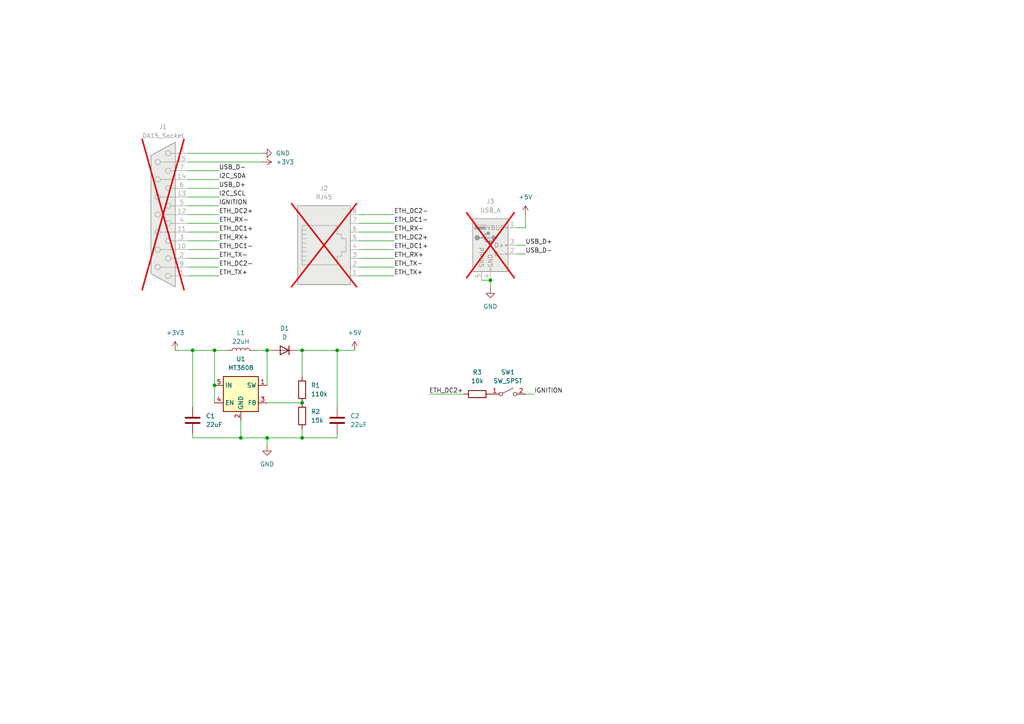
<source format=kicad_sch>
(kicad_sch (version 20250114) (generator "eeschema") (generator_version "9.0")
  (paper "A4")
  (lib_symbols
    (symbol "Connector:DA15_Socket" (pin_names (offset 1.016) (hide yes))
      (property "Reference" "J" (at 0.508 21.59 0))
      (property "Value" "DA15_Socket" (at 0 -22.225 0))
      (symbol "DA15_Socket_0_1"
        (polyline (pts (xy -3.81 20.955) (xy 3.175 17.145) (xy 3.175 -17.145) (xy -3.81 -20.955) (xy -3.81 20.955)) (stroke (width 0.254)) (fill (type background)))
        (polyline (pts (xy -3.81 17.78) (xy -2.54 17.78)))
        (polyline (pts (xy -3.81 15.24) (xy 0.508 15.24)))
        (polyline (pts (xy -3.81 12.7) (xy -2.54 12.7)))
        (polyline (pts (xy -3.81 10.16) (xy 0.508 10.16)))
        (polyline (pts (xy -3.81 7.62) (xy -2.54 7.62)))
        (polyline (pts (xy -3.81 5.08) (xy 0.508 5.08)))
        (polyline (pts (xy -3.81 2.54) (xy -2.54 2.54)))
        (polyline (pts (xy -3.81 0) (xy 0.508 0)))
        (polyline (pts (xy -3.81 -2.54) (xy -2.54 -2.54)))
        (polyline (pts (xy -3.81 -5.08) (xy 0.508 -5.08)))
        (polyline (pts (xy -3.81 -7.62) (xy -2.54 -7.62)))
        (polyline (pts (xy -3.81 -10.16) (xy 0.508 -10.16)))
        (polyline (pts (xy -3.81 -12.7) (xy -2.54 -12.7)))
        (polyline (pts (xy -3.81 -15.24) (xy 0.508 -15.24)))
        (polyline (pts (xy -3.81 -17.78) (xy -2.54 -17.78)))
        (circle (center -1.778 17.78) (radius 0.762))
        (circle (center -1.778 12.7) (radius 0.762))
        (circle (center -1.778 7.62) (radius 0.762))
        (circle (center -1.778 2.54) (radius 0.762))
        (circle (center -1.778 -2.54) (radius 0.762))
        (circle (center -1.778 -7.62) (radius 0.762))
        (circle (center -1.778 -12.7) (radius 0.762))
        (circle (center -1.778 -17.78) (radius 0.762))
        (circle (center 1.27 15.24) (radius 0.762))
        (circle (center 1.27 10.16) (radius 0.762))
        (circle (center 1.27 5.08) (radius 0.762))
        (circle (center 1.27 0) (radius 0.762))
        (circle (center 1.27 -5.08) (radius 0.762))
        (circle (center 1.27 -10.16) (radius 0.762))
        (circle (center 1.27 -15.24) (radius 0.762))
      )
      (symbol "DA15_Socket_1_1"
        (pin passive line (at -7.62 17.78 0) (length 3.81) (name "1") (number "1"))
        (pin passive line (at -7.62 15.24 0) (length 3.81) (name "P9") (number "9"))
        (pin passive line (at -7.62 12.7 0) (length 3.81) (name "2") (number "2"))
        (pin passive line (at -7.62 10.16 0) (length 3.81) (name "P10") (number "10"))
        (pin passive line (at -7.62 7.62 0) (length 3.81) (name "3") (number "3"))
        (pin passive line (at -7.62 5.08 0) (length 3.81) (name "P111") (number "11"))
        (pin passive line (at -7.62 2.54 0) (length 3.81) (name "4") (number "4"))
        (pin passive line (at -7.62 0 0) (length 3.81) (name "P12") (number "12"))
        (pin passive line (at -7.62 -2.54 0) (length 3.81) (name "5") (number "5"))
        (pin passive line (at -7.62 -5.08 0) (length 3.81) (name "P13") (number "13"))
        (pin passive line (at -7.62 -7.62 0) (length 3.81) (name "6") (number "6"))
        (pin passive line (at -7.62 -10.16 0) (length 3.81) (name "P14") (number "14"))
        (pin passive line (at -7.62 -12.7 0) (length 3.81) (name "7") (number "7"))
        (pin passive line (at -7.62 -15.24 0) (length 3.81) (name "P15") (number "15"))
        (pin passive line (at -7.62 -17.78 0) (length 3.81) (name "8") (number "8"))
      )
    )
    (symbol "Connector:RJ45" (pin_names (offset 1.016))
      (property "Reference" "J" (at -5.08 13.97 0))
      (property "Value" "RJ45" (at 2.54 13.97 0))
      (symbol "RJ45_0_1"
        (polyline (pts (xy -6.35 1.905) (xy -5.08 1.905) (xy -5.08 1.905)))
        (polyline (pts (xy -6.35 0.635) (xy -5.08 0.635) (xy -5.08 0.635)))
        (polyline (pts (xy -6.35 -0.635) (xy -5.08 -0.635) (xy -5.08 -0.635)))
        (polyline (pts (xy -6.35 -1.905) (xy -5.08 -1.905) (xy -5.08 -1.905)))
        (polyline (pts (xy -6.35 -3.175) (xy -5.08 -3.175) (xy -5.08 -3.175)))
        (polyline (pts (xy -6.35 -4.445) (xy -6.35 6.985) (xy 3.81 6.985) (xy 3.81 4.445) (xy 5.08 4.445) (xy 5.08 3.175) (xy 6.35 3.175) (xy 6.35 -0.635) (xy 5.08 -0.635) (xy 5.08 -1.905) (xy 3.81 -1.905) (xy 3.81 -4.445) (xy -6.35 -4.445) (xy -6.35 -4.445)))
        (polyline (pts (xy -5.08 5.715) (xy -6.35 5.715)))
        (polyline (pts (xy -5.08 4.445) (xy -6.35 4.445)))
        (polyline (pts (xy -5.08 3.175) (xy -6.35 3.175) (xy -6.35 3.175)))
        (rectangle (start 7.62 12.7) (end -7.62 -10.16) (stroke (width 0.254)) (fill (type background)))
      )
      (symbol "RJ45_1_1"
        (pin passive line (at 10.16 10.16 180) (length 2.54) (name "~") (number "8"))
        (pin passive line (at 10.16 7.62 180) (length 2.54) (name "~") (number "7"))
        (pin passive line (at 10.16 5.08 180) (length 2.54) (name "~") (number "6"))
        (pin passive line (at 10.16 2.54 180) (length 2.54) (name "~") (number "5"))
        (pin passive line (at 10.16 0 180) (length 2.54) (name "~") (number "4"))
        (pin passive line (at 10.16 -2.54 180) (length 2.54) (name "~") (number "3"))
        (pin passive line (at 10.16 -5.08 180) (length 2.54) (name "~") (number "2"))
        (pin passive line (at 10.16 -7.62 180) (length 2.54) (name "~") (number "1"))
      )
    )
    (symbol "Connector:USB_A" (pin_names (offset 1.016))
      (property "Reference" "J" (at -5.08 11.43 0))
      (property "Value" "USB_A" (at -5.08 8.89 0))
      (symbol "USB_A_0_1"
        (rectangle (start -5.08 -7.62) (end 5.08 7.62) (stroke (width 0.254)) (fill (type background)))
        (circle (center -3.81 2.159) (radius 0.635) (stroke (width 0.254)) (fill (type outline)))
        (polyline (pts (xy -3.175 2.159) (xy -2.54 2.159) (xy -1.27 3.429) (xy -0.635 3.429)) (stroke (width 0.254)))
        (polyline (pts (xy -2.54 2.159) (xy -1.905 2.159) (xy -1.27 0.889) (xy 0 0.889)) (stroke (width 0.254)))
        (rectangle (start -1.524 4.826) (end -4.318 5.334) (fill (type outline)))
        (rectangle (start -1.27 4.572) (end -4.572 5.842))
        (circle (center -0.635 3.429) (radius 0.381) (stroke (width 0.254)) (fill (type outline)))
        (rectangle (start -0.127 -7.62) (end 0.127 -6.858))
        (rectangle (start 0.254 1.27) (end -0.508 0.508) (stroke (width 0.254)) (fill (type outline)))
        (polyline (pts (xy 0.635 2.794) (xy 0.635 1.524) (xy 1.905 2.159) (xy 0.635 2.794)) (stroke (width 0.254)) (fill (type outline)))
        (rectangle (start 5.08 4.953) (end 4.318 5.207))
        (rectangle (start 5.08 -0.127) (end 4.318 0.127))
        (rectangle (start 5.08 -2.667) (end 4.318 -2.413))
      )
      (symbol "USB_A_1_1"
        (polyline (pts (xy -1.905 2.159) (xy 0.635 2.159)) (stroke (width 0.254)))
        (pin passive line (at -2.54 -10.16 90) (length 2.54) (name "Shield") (number "5"))
        (pin power_in line (at 0 -10.16 90) (length 2.54) (name "GND") (number "4"))
        (pin power_in line (at 7.62 5.08 180) (length 2.54) (name "VBUS") (number "1"))
        (pin bidirectional line (at 7.62 0 180) (length 2.54) (name "D+") (number "3"))
        (pin bidirectional line (at 7.62 -2.54 180) (length 2.54) (name "D-") (number "2"))
      )
    )
    (symbol "Device:C" (pin_numbers (hide yes)) (pin_names (offset 0.254))
      (property "Reference" "C" (at 0.635 2.54 0))
      (property "Value" "C" (at 0.635 -2.54 0))
      (symbol "C_0_1"
        (polyline (pts (xy -2.032 0.762) (xy 2.032 0.762)) (stroke (width 0.508)))
        (polyline (pts (xy -2.032 -0.762) (xy 2.032 -0.762)) (stroke (width 0.508)))
      )
      (symbol "C_1_1"
        (pin passive line (at 0 3.81 270) (length 2.794) (name "~") (number "1"))
        (pin passive line (at 0 -3.81 90) (length 2.794) (name "~") (number "2"))
      )
    )
    (symbol "Device:D" (pin_numbers (hide yes)) (pin_names (offset 1.016) (hide yes))
      (property "Reference" "D" (at 0 2.54 0))
      (property "Value" "D" (at 0 -2.54 0))
      (symbol "D_0_1"
        (polyline (pts (xy -1.27 1.27) (xy -1.27 -1.27)) (stroke (width 0.254)))
        (polyline (pts (xy 1.27 1.27) (xy 1.27 -1.27) (xy -1.27 0) (xy 1.27 1.27)) (stroke (width 0.254)))
        (polyline (pts (xy 1.27 0) (xy -1.27 0)))
      )
      (symbol "D_1_1"
        (pin passive line (at -3.81 0 0) (length 2.54) (name "K") (number "1"))
        (pin passive line (at 3.81 0 180) (length 2.54) (name "A") (number "2"))
      )
    )
    (symbol "Device:L" (pin_numbers (hide yes)) (pin_names (offset 1.016) (hide yes))
      (property "Reference" "L" (at -1.27 0 90))
      (property "Value" "L" (at 1.905 0 90))
      (symbol "L_0_1"
        (arc (start 0 2.54) (mid 0.6323 1.905) (end 0 1.27))
        (arc (start 0 1.27) (mid 0.6323 0.635) (end 0 0))
        (arc (start 0 0) (mid 0.6323 -0.635) (end 0 -1.27))
        (arc (start 0 -1.27) (mid 0.6323 -1.905) (end 0 -2.54))
      )
      (symbol "L_1_1"
        (pin passive line (at 0 3.81 270) (length 1.27) (name "1") (number "1"))
        (pin passive line (at 0 -3.81 90) (length 1.27) (name "2") (number "2"))
      )
    )
    (symbol "Device:R" (pin_numbers (hide yes)) (pin_names (offset 0))
      (property "Reference" "R" (at 2.032 0 90))
      (property "Value" "R" (at 0 0 90))
      (symbol "R_0_1"
        (rectangle (start -1.016 -2.54) (end 1.016 2.54) (stroke (width 0.254)))
      )
      (symbol "R_1_1"
        (pin passive line (at 0 3.81 270) (length 1.27) (name "~") (number "1"))
        (pin passive line (at 0 -3.81 90) (length 1.27) (name "~") (number "2"))
      )
    )
    (symbol "Regulator_Switching:MT3608"
      (property "Reference" "U" (at -2.54 8.89 0))
      (property "Value" "MT3608" (at -3.81 6.35 0))
      (symbol "MT3608_0_1"
        (rectangle (start -5.08 5.08) (end 5.08 -5.08) (stroke (width 0.254)) (fill (type background)))
      )
      (symbol "MT3608_1_1"
        (pin power_in line (at -7.62 2.54 0) (length 2.54) (name "IN") (number "5"))
        (pin input line (at -7.62 -2.54 0) (length 2.54) (name "EN") (number "4"))
        (pin power_in line (at 0 -7.62 90) (length 2.54) (name "GND") (number "2"))
        (pin no_connect line (at 5.08 0 180) (length 2.54) (hide yes) (name "NC") (number "6"))
        (pin passive line (at 7.62 2.54 180) (length 2.54) (name "SW") (number "1"))
        (pin input line (at 7.62 -2.54 180) (length 2.54) (name "FB") (number "3"))
      )
    )
    (symbol "Switch:SW_SPST" (pin_names (offset 0) (hide yes))
      (property "Reference" "SW" (at 0 3.175 0))
      (property "Value" "SW_SPST" (at 0 -2.54 0))
      (symbol "SW_SPST_0_0"
        (circle (center -2.032 0) (radius 0.508))
        (polyline (pts (xy -1.524 0.254) (xy 1.524 1.778)))
        (circle (center 2.032 0) (radius 0.508))
      )
      (symbol "SW_SPST_1_1"
        (pin passive line (at -5.08 0 0) (length 2.54) (name "A") (number "1"))
        (pin passive line (at 5.08 0 180) (length 2.54) (name "B") (number "2"))
      )
    )
    (symbol "power:+3V3" (power) (pin_numbers (hide yes)) (pin_names (offset 0) (hide yes))
      (property "Value" "+3V3" (at 0 3.556 0))
      (symbol "+3V3_0_1"
        (polyline (pts (xy -0.762 1.27) (xy 0 2.54)))
        (polyline (pts (xy 0 2.54) (xy 0.762 1.27)))
        (polyline (pts (xy 0 0) (xy 0 2.54)))
      )
      (symbol "+3V3_1_1"
        (pin power_in line (at 0 0 90) (length 0) (name "~") (number "1"))
      )
    )
    (symbol "power:+5V" (power) (pin_numbers (hide yes)) (pin_names (offset 0) (hide yes))
      (property "Value" "+5V" (at 0 3.556 0))
      (symbol "+5V_0_1"
        (polyline (pts (xy -0.762 1.27) (xy 0 2.54)))
        (polyline (pts (xy 0 2.54) (xy 0.762 1.27)))
        (polyline (pts (xy 0 0) (xy 0 2.54)))
      )
      (symbol "+5V_1_1"
        (pin power_in line (at 0 0 90) (length 0) (name "~") (number "1"))
      )
    )
    (symbol "power:GND" (power) (pin_numbers (hide yes)) (pin_names (offset 0) (hide yes))
      (property "Value" "GND" (at 0 -3.81 0))
      (symbol "GND_0_1"
        (polyline (pts (xy 0 0) (xy 0 -1.27) (xy 1.27 -1.27) (xy 0 -2.54) (xy -1.27 -1.27) (xy 0 -1.27)))
      )
      (symbol "GND_1_1"
        (pin power_in line (at 0 0 270) (length 0) (name "~") (number "1"))
      )
    )
  )
  (junction (at 97.79 101.6))
  (junction (at 62.23 111.76))
  (junction (at 87.63 101.6))
  (junction (at 55.88 101.6))
  (junction (at 77.47 101.6))
  (junction (at 142.24 81.28))
  (junction (at 87.63 127))
  (junction (at 69.85 127))
  (junction (at 77.47 127))
  (junction (at 62.23 101.6))
  (junction (at 87.63 116.84))
  (wire (pts (xy 86.36 101.6) (xy 87.63 101.6)))
  (wire (pts (xy 63.5 49.53) (xy 54.61 49.53)))
  (wire (pts (xy 54.61 67.31) (xy 63.5 67.31)))
  (wire (pts (xy 54.61 64.77) (xy 63.5 64.77)))
  (wire (pts (xy 62.23 111.76) (xy 62.23 101.6)))
  (wire (pts (xy 142.24 83.82) (xy 142.24 81.28)))
  (wire (pts (xy 87.63 109.22) (xy 87.63 101.6)))
  (wire (pts (xy 69.85 121.92) (xy 69.85 127)))
  (wire (pts (xy 54.61 69.85) (xy 63.5 69.85)))
  (wire (pts (xy 152.4 62.23) (xy 152.4 66.04)))
  (wire (pts (xy 77.47 127) (xy 87.63 127)))
  (wire (pts (xy 55.88 127) (xy 69.85 127)))
  (wire (pts (xy 55.88 127) (xy 55.88 125.73)))
  (wire (pts (xy 50.8 101.6) (xy 55.88 101.6)))
  (wire (pts (xy 77.47 101.6) (xy 73.66 101.6)))
  (wire (pts (xy 77.47 127) (xy 69.85 127)))
  (wire (pts (xy 54.61 77.47) (xy 63.5 77.47)))
  (wire (pts (xy 54.61 72.39) (xy 63.5 72.39)))
  (wire (pts (xy 104.14 74.93) (xy 114.3 74.93)))
  (wire (pts (xy 78.74 101.6) (xy 77.47 101.6)))
  (wire (pts (xy 76.2 44.45) (xy 54.61 44.45)))
  (wire (pts (xy 62.23 111.76) (xy 62.23 116.84)))
  (wire (pts (xy 54.61 80.01) (xy 63.5 80.01)))
  (wire (pts (xy 87.63 124.46) (xy 87.63 127)))
  (wire (pts (xy 154.94 114.3) (xy 152.4 114.3)))
  (wire (pts (xy 152.4 66.04) (xy 149.86 66.04)))
  (wire (pts (xy 97.79 101.6) (xy 97.79 118.11)))
  (wire (pts (xy 104.14 69.85) (xy 114.3 69.85)))
  (wire (pts (xy 152.4 73.66) (xy 149.86 73.66)))
  (wire (pts (xy 54.61 62.23) (xy 63.5 62.23)))
  (wire (pts (xy 104.14 64.77) (xy 114.3 64.77)))
  (wire (pts (xy 77.47 111.76) (xy 77.47 101.6)))
  (wire (pts (xy 97.79 125.73) (xy 97.79 127)))
  (wire (pts (xy 63.5 52.07) (xy 54.61 52.07)))
  (wire (pts (xy 104.14 72.39) (xy 114.3 72.39)))
  (wire (pts (xy 104.14 62.23) (xy 114.3 62.23)))
  (wire (pts (xy 152.4 71.12) (xy 149.86 71.12)))
  (wire (pts (xy 55.88 101.6) (xy 55.88 118.11)))
  (wire (pts (xy 62.23 101.6) (xy 66.04 101.6)))
  (wire (pts (xy 76.2 46.99) (xy 54.61 46.99)))
  (wire (pts (xy 97.79 101.6) (xy 102.87 101.6)))
  (wire (pts (xy 104.14 67.31) (xy 114.3 67.31)))
  (wire (pts (xy 139.7 81.28) (xy 142.24 81.28)))
  (wire (pts (xy 87.63 101.6) (xy 97.79 101.6)))
  (wire (pts (xy 97.79 127) (xy 87.63 127)))
  (wire (pts (xy 63.5 54.61) (xy 54.61 54.61)))
  (wire (pts (xy 124.46 114.3) (xy 134.62 114.3)))
  (wire (pts (xy 63.5 57.15) (xy 54.61 57.15)))
  (wire (pts (xy 55.88 101.6) (xy 62.23 101.6)))
  (wire (pts (xy 63.5 59.69) (xy 54.61 59.69)))
  (wire (pts (xy 104.14 80.01) (xy 114.3 80.01)))
  (wire (pts (xy 54.61 74.93) (xy 63.5 74.93)))
  (wire (pts (xy 77.47 116.84) (xy 87.63 116.84)))
  (wire (pts (xy 104.14 77.47) (xy 114.3 77.47)))
  (wire (pts (xy 77.47 127) (xy 77.47 129.54)))
  (label "USB_D-" (at 63.5 49.53 0))
  (label "ETH_DC2-" (at 114.3 62.23 0))
  (label "IGNITION" (at 154.94 114.3 0))
  (label "ETH_TX+" (at 114.3 80.01 0))
  (label "ETH_DC1-" (at 63.5 72.39 0))
  (label "ETH_RX+" (at 63.5 69.85 0))
  (label "ETH_DC2+" (at 124.46 114.3 0))
  (label "USB_D+" (at 152.4 71.12 0))
  (label "USB_D-" (at 152.4 73.66 0))
  (label "ETH_TX-" (at 63.5 74.93 0))
  (label "ETH_TX+" (at 63.5 80.01 0))
  (label "ETH_DC1-" (at 114.3 64.77 0))
  (label "ETH_RX-" (at 63.5 64.77 0))
  (label "IGNITION" (at 63.5 59.69 0))
  (label "ETH_DC2+" (at 114.3 69.85 0))
  (label "I2C_SCL" (at 63.5 57.15 0))
  (label "ETH_TX-" (at 114.3 77.47 0))
  (label "ETH_RX+" (at 114.3 74.93 0))
  (label "ETH_DC2-" (at 63.5 77.47 0))
  (label "USB_D+" (at 63.5 54.61 0))
  (label "ETH_DC1+" (at 63.5 67.31 0))
  (label "ETH_RX-" (at 114.3 67.31 0))
  (label "ETH_DC1+" (at 114.3 72.39 0))
  (label "I2C_SDA" (at 63.5 52.07 0))
  (label "ETH_DC2+" (at 63.5 62.23 0))
  (symbol (lib_id "Connector:RJ45") (at 93.98 72.39 0) (unit 1) (in_bom no) (dnp yes)
    (property "Reference" "J2" (at 93.98 54.61 0))
    (property "Value" "RJ45" (at 93.98 57.15 0))
    (property "Footprint" "Connector_RJ:RJ45_OST_PJ012-8P8CX_Vertical" (effects (hide yes)))
    (property "Description" "RJ connector, 8P8C (8 positions 8 connected)" (effects (hide yes)))
  )
  (symbol (lib_id "power:+3V3") (at 76.2 46.99 270) (unit 1)
    (property "Reference" "#PWR07" (effects (hide yes)))
    (property "Value" "+3V3" (at 80.01 46.9899 90) (effects (justify left)))
    (property "Description" "Power symbol creates a global label with name \"+3V3\"" (effects (hide yes)))
  )
  (symbol (lib_id "Regulator_Switching:MT3608") (at 69.85 114.3 0) (unit 1)
    (property "Reference" "U1" (at 69.85 104.14 0))
    (property "Value" "MT3608" (at 69.85 106.68 0))
    (property "Footprint" "Package_TO_SOT_SMD:SOT-23-6" (effects (hide yes)))
    (property "Datasheet" "https://www.lcsc.com/datasheet/C84817.pdf" (effects (hide yes)))
    (property "Description" "High Efficiency 1.2MHz 2A Step Up Converter, 2-24V Vin, 28V Vout, 4A current limit, 1.2MHz, SOT23-6" (effects (hide yes)))
    (property "LCSC" "C84817" (effects (hide yes)))
  )
  (symbol (lib_id "Switch:SW_SPST") (at 147.32 114.3 0) (unit 1)
    (property "Reference" "SW1" (at 147.32 107.95 0))
    (property "Value" "SW_SPST" (at 147.32 110.49 0))
    (property "Footprint" "Button_Switch_SMD:SW_SPST_TS-1088-xR020" (effects (hide yes)))
    (property "Datasheet" "https://www.lcsc.com/datasheet/C720477.pdf" (effects (hide yes)))
    (property "Description" "Single Pole Single Throw (SPST) switch" (effects (hide yes)))
    (property "LCSC" "C720477" (effects (hide yes)))
  )
  (symbol (lib_id "Connector:USB_A") (at 142.24 71.12 0) (unit 1) (in_bom no) (dnp yes)
    (property "Reference" "J3" (at 142.24 58.42 0))
    (property "Value" "USB_A" (at 142.24 60.96 0))
    (property "Footprint" "Connector_USB:USB_A_Molex_105057_Vertical" (effects (hide yes)))
    (property "Description" "USB Type A connector" (effects (hide yes)))
  )
  (symbol (lib_id "power:GND") (at 77.47 129.54 0) (unit 1)
    (property "Reference" "#PWR01" (effects (hide yes)))
    (property "Value" "GND" (at 77.47 134.62 0))
    (property "Description" "Power symbol creates a global label with name \"GND\" , ground" (effects (hide yes)))
  )
  (symbol (lib_id "power:+3V3") (at 50.8 101.6 0) (unit 1)
    (property "Reference" "#PWR02" (effects (hide yes)))
    (property "Value" "+3V3" (at 50.8 96.52 0))
    (property "Description" "Power symbol creates a global label with name \"+3V3\"" (effects (hide yes)))
  )
  (symbol (lib_id "power:GND") (at 76.2 44.45 90) (unit 1)
    (property "Reference" "#PWR04" (effects (hide yes)))
    (property "Value" "GND" (at 80.01 44.4499 90) (effects (justify right)))
    (property "Description" "Power symbol creates a global label with name \"GND\" , ground" (effects (hide yes)))
  )
  (symbol (lib_id "Connector:DA15_Socket") (at 46.99 62.23 180) (unit 1) (in_bom no) (dnp yes)
    (property "Reference" "J1" (at 47.3075 36.83 0))
    (property "Value" "DA15_Socket" (at 47.3075 39.37 0))
    (property "Footprint" "Connector_Dsub:DSUB-15_Socket_Vertical_P2.77x2.84mm" (effects (hide yes)))
    (property "Description" "15-pin D-SUB connector, socket (female) (low-density/2 columns)" (effects (hide yes)))
  )
  (symbol (lib_id "Device:D") (at 82.55 101.6 180) (unit 1)
    (property "Reference" "D1" (at 82.55 95.25 0))
    (property "Value" "D" (at 82.55 97.79 0))
    (property "Footprint" "Diode_SMD:D_SMA" (effects (hide yes)))
    (property "Datasheet" "https://www.lcsc.com/datasheet/C727050.pdf" (effects (hide yes)))
    (property "Description" "Diode" (effects (hide yes)))
    (property "Sim.Device" "D" (effects (hide yes)))
    (property "Sim.Pins" "1=K 2=A" (effects (hide yes)))
    (property "LCSC" "C727050" (effects (hide yes)))
  )
  (symbol (lib_id "Device:R") (at 87.63 120.65 0) (unit 1)
    (property "Reference" "R2" (at 90.17 119.3799 0) (effects (justify left)))
    (property "Value" "15k" (at 90.17 121.9199 0) (effects (justify left)))
    (property "Footprint" "Resistor_SMD:R_0603_1608Metric" (effects (hide yes)))
    (property "Datasheet" "https://www.lcsc.com/datasheet/C2906995.pdf" (effects (hide yes)))
    (property "Description" "Resistor" (effects (hide yes)))
    (property "LCSC" "C2906995" (effects (hide yes)))
  )
  (symbol (lib_id "Device:R") (at 87.63 113.03 0) (unit 1)
    (property "Reference" "R1" (at 90.17 111.7599 0) (effects (justify left)))
    (property "Value" "110k" (at 90.17 114.2999 0) (effects (justify left)))
    (property "Footprint" "Resistor_SMD:R_0603_1608Metric" (effects (hide yes)))
    (property "Datasheet" "https://www.lcsc.com/datasheet/C2906984.pdf" (effects (hide yes)))
    (property "Description" "Resistor" (effects (hide yes)))
    (property "LCSC" "C2906984" (effects (hide yes)))
  )
  (symbol (lib_id "power:+5V") (at 152.4 62.23 0) (unit 1)
    (property "Reference" "#PWR06" (effects (hide yes)))
    (property "Value" "+5V" (at 152.4 57.15 0))
    (property "Description" "Power symbol creates a global label with name \"+5V\"" (effects (hide yes)))
  )
  (symbol (lib_id "Device:L") (at 69.85 101.6 90) (unit 1)
    (property "Reference" "L1" (at 69.85 96.52 90))
    (property "Value" "22uH" (at 69.85 99.06 90))
    (property "Footprint" "Inductor_SMD:L_APV_APH0630" (effects (hide yes)))
    (property "Datasheet" "https://www.lcsc.com/datasheet/C5349702.pdf" (effects (hide yes)))
    (property "Description" "Inductor" (effects (hide yes)))
    (property "LCSC" "C5349702" (effects (hide yes)))
  )
  (symbol (lib_id "power:GND") (at 142.24 83.82 0) (unit 1)
    (property "Reference" "#PWR05" (effects (hide yes)))
    (property "Value" "GND" (at 142.24 88.9 0))
    (property "Description" "Power symbol creates a global label with name \"GND\" , ground" (effects (hide yes)))
  )
  (symbol (lib_id "Device:C") (at 55.88 121.92 0) (unit 1)
    (property "Reference" "C1" (at 59.69 120.6499 0) (effects (justify left)))
    (property "Value" "22uF" (at 59.69 123.1899 0) (effects (justify left)))
    (property "Footprint" "Capacitor_SMD:C_0603_1608Metric" (effects (hide yes)))
    (property "Datasheet" "https://www.lcsc.com/datasheet/C86295.pdf" (effects (hide yes)))
    (property "Description" "Unpolarized capacitor" (effects (hide yes)))
    (property "LCSC" "C86295" (effects (hide yes)))
  )
  (symbol (lib_id "Device:C") (at 97.79 121.92 0) (unit 1)
    (property "Reference" "C2" (at 101.6 120.6499 0) (effects (justify left)))
    (property "Value" "22uF" (at 101.6 123.1899 0) (effects (justify left)))
    (property "Footprint" "Capacitor_SMD:C_0603_1608Metric" (effects (hide yes)))
    (property "Datasheet" "https://www.lcsc.com/datasheet/C86295.pdf" (effects (hide yes)))
    (property "Description" "Unpolarized capacitor" (effects (hide yes)))
    (property "LCSC" "C86295" (effects (hide yes)))
  )
  (symbol (lib_id "power:+5V") (at 102.87 101.6 0) (unit 1)
    (property "Reference" "#PWR03" (effects (hide yes)))
    (property "Value" "+5V" (at 102.87 96.52 0))
    (property "Description" "Power symbol creates a global label with name \"+5V\"" (effects (hide yes)))
  )
  (symbol (lib_id "Device:R") (at 138.43 114.3 90) (unit 1)
    (property "Reference" "R3" (at 138.43 107.95 90))
    (property "Value" "10k" (at 138.43 110.49 90))
    (property "Footprint" "Resistor_SMD:R_0603_1608Metric" (effects (hide yes)))
    (property "Datasheet" "https://www.lcsc.com/datasheet/C2930027.pdf" (effects (hide yes)))
    (property "Description" "Resistor" (effects (hide yes)))
    (property "LCSC" "C2930027" (effects (hide yes)))
  )
)
</source>
